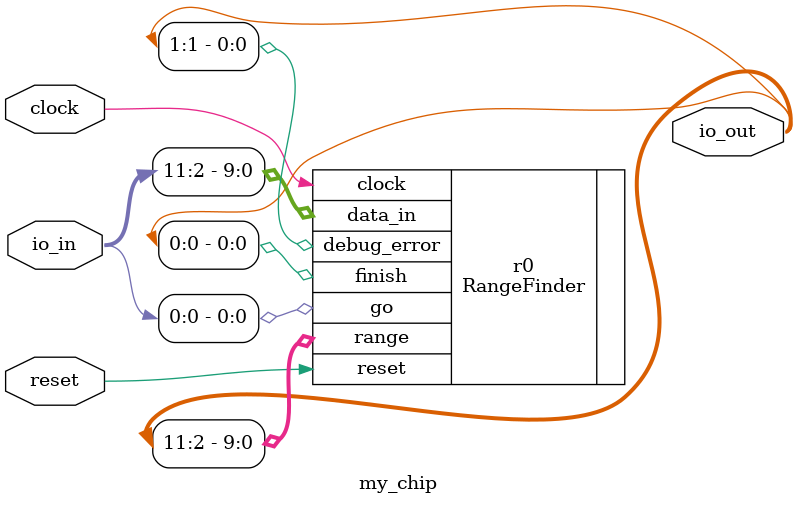
<source format=sv>
`default_nettype none

module my_chip (
    input logic [11:0] io_in, // Inputs to your chip
    output logic [11:0] io_out, // Outputs from your chip
    input logic clock,
    input logic reset // Important: Reset is ACTIVE-HIGH
);
    
    RangeFinder #(.WIDTH(10)) r0(.clock, .reset, 
                   .go(io_in[0]), .finish(io_out[0]), 
                   .data_in(io_in[11:2]), 
                   .range(io_out[11:2]), 
                   .debug_error(io_out[1]));

endmodule

</source>
